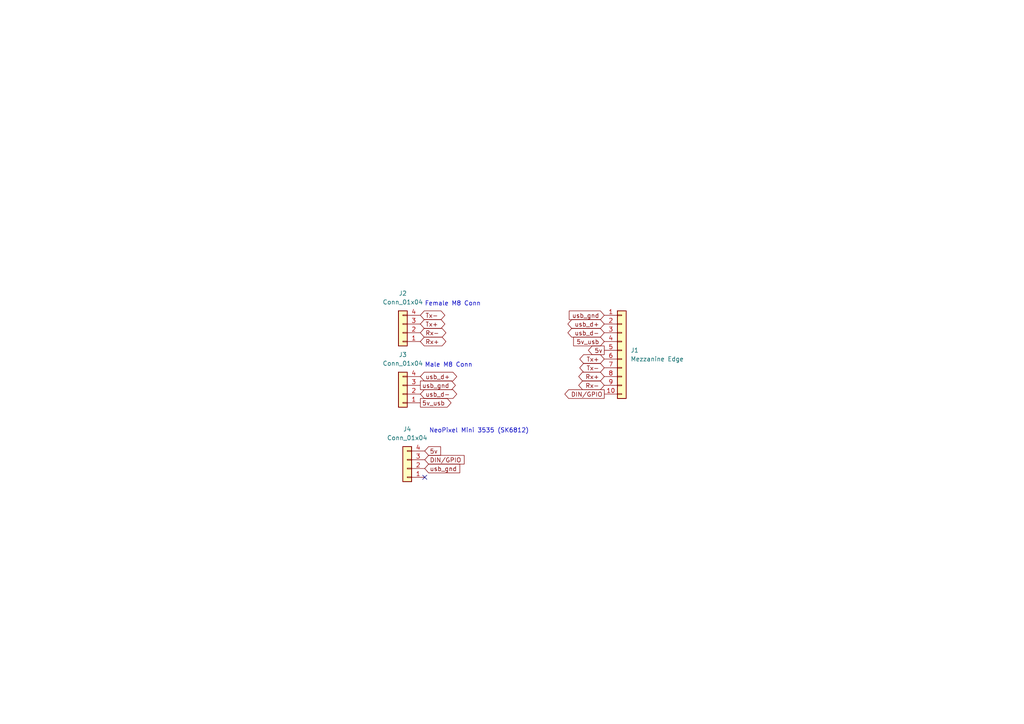
<source format=kicad_sch>
(kicad_sch (version 20230121) (generator eeschema)
  (paper "A4")
  (lib_symbols
    (symbol "Connector_Generic:Conn_01x04" (pin_names (offset 1.016) hide)
      (property "Reference" "J" (at 0 5.08 0))
      (property "Value" "Conn_01x04" (at 0 -7.62 0))
      (symbol "Conn_01x04_1_1"
        (rectangle (start -1.27 -4.953) (end 0 -5.207) (stroke (width 0.1524)))
        (rectangle (start -1.27 -2.413) (end 0 -2.667) (stroke (width 0.1524)))
        (rectangle (start -1.27 0.127) (end 0 -0.127) (stroke (width 0.1524)))
        (rectangle (start -1.27 2.667) (end 0 2.413) (stroke (width 0.1524)))
        (rectangle (start -1.27 3.81) (end 1.27 -6.35) (stroke (width 0.254)) (fill (type background)))
        (pin passive line (at -5.08 2.54 0) (length 3.81) (name "Pin_1") (number "1"))
        (pin passive line (at -5.08 0 0) (length 3.81) (name "Pin_2") (number "2"))
        (pin passive line (at -5.08 -2.54 0) (length 3.81) (name "Pin_3") (number "3"))
        (pin passive line (at -5.08 -5.08 0) (length 3.81) (name "Pin_4") (number "4"))
      )
    )
    (symbol "Connector_Generic:Conn_01x10" (pin_names (offset 1.016) hide)
      (property "Reference" "J" (at 0 12.7 0))
      (property "Value" "Conn_01x10" (at 0 -15.24 0))
      (symbol "Conn_01x10_1_1"
        (rectangle (start -1.27 -12.573) (end 0 -12.827) (stroke (width 0.1524)))
        (rectangle (start -1.27 -10.033) (end 0 -10.287) (stroke (width 0.1524)))
        (rectangle (start -1.27 -7.493) (end 0 -7.747) (stroke (width 0.1524)))
        (rectangle (start -1.27 -4.953) (end 0 -5.207) (stroke (width 0.1524)))
        (rectangle (start -1.27 -2.413) (end 0 -2.667) (stroke (width 0.1524)))
        (rectangle (start -1.27 0.127) (end 0 -0.127) (stroke (width 0.1524)))
        (rectangle (start -1.27 2.667) (end 0 2.413) (stroke (width 0.1524)))
        (rectangle (start -1.27 5.207) (end 0 4.953) (stroke (width 0.1524)))
        (rectangle (start -1.27 7.747) (end 0 7.493) (stroke (width 0.1524)))
        (rectangle (start -1.27 10.287) (end 0 10.033) (stroke (width 0.1524)))
        (rectangle (start -1.27 11.43) (end 1.27 -13.97) (stroke (width 0.254)) (fill (type background)))
        (pin passive line (at -5.08 10.16 0) (length 3.81) (name "Pin_1") (number "1"))
        (pin passive line (at -5.08 -12.7 0) (length 3.81) (name "Pin_10") (number "10"))
        (pin passive line (at -5.08 7.62 0) (length 3.81) (name "Pin_2") (number "2"))
        (pin passive line (at -5.08 5.08 0) (length 3.81) (name "Pin_3") (number "3"))
        (pin passive line (at -5.08 2.54 0) (length 3.81) (name "Pin_4") (number "4"))
        (pin passive line (at -5.08 0 0) (length 3.81) (name "Pin_5") (number "5"))
        (pin passive line (at -5.08 -2.54 0) (length 3.81) (name "Pin_6") (number "6"))
        (pin passive line (at -5.08 -5.08 0) (length 3.81) (name "Pin_7") (number "7"))
        (pin passive line (at -5.08 -7.62 0) (length 3.81) (name "Pin_8") (number "8"))
        (pin passive line (at -5.08 -10.16 0) (length 3.81) (name "Pin_9") (number "9"))
      )
    )
  )
  (no_connect (at 123.19 138.43))
  (text "Female M8 Conn" (at 123.19 88.9 0) (effects (font (size 1.27 1.27)) (justify left bottom)))
  (text "NeoPixel Mini 3535 (SK6812)" (at 124.46 125.73 0) (effects (font (size 1.27 1.27)) (justify left bottom)))
  (text "Male M8 Conn\n" (at 123.19 106.68 0) (effects (font (size 1.27 1.27)) (justify left bottom)))
  (global_label "5v_usb" (shape output) (at 121.92 116.84 0) (property "Intersheetrefs" "${INTERSHEET_REFS}" (effects hide)))
  (global_label "usb_gnd" (shape output) (at 121.92 111.76 0) (property "Intersheetrefs" "${INTERSHEET_REFS}" (effects hide)))
  (global_label "usb_gnd" (shape input) (at 123.19 135.89 0) (property "Intersheetrefs" "${INTERSHEET_REFS}" (effects hide)))
  (global_label "usb_d-" (shape bidirectional) (at 121.92 114.3 0) (property "Intersheetrefs" "${INTERSHEET_REFS}" (effects hide)))
  (global_label "5v" (shape output) (at 175.26 101.6 180) (property "Intersheetrefs" "${INTERSHEET_REFS}" (effects hide)))
  (global_label "DIN{slash}GPIO" (shape output) (at 175.26 114.3 180) (property "Intersheetrefs" "${INTERSHEET_REFS}" (effects hide)))
  (global_label "DIN{slash}GPIO" (shape input) (at 123.19 133.35 0) (property "Intersheetrefs" "${INTERSHEET_REFS}" (effects hide)))
  (global_label "Rx-" (shape bidirectional) (at 121.92 96.52 0) (property "Intersheetrefs" "${INTERSHEET_REFS}" (effects hide)))
  (global_label "Tx-" (shape bidirectional) (at 121.92 91.44 0) (property "Intersheetrefs" "${INTERSHEET_REFS}" (effects hide)))
  (global_label "Rx-" (shape bidirectional) (at 175.26 111.76 180) (property "Intersheetrefs" "${INTERSHEET_REFS}" (effects hide)))
  (global_label "5v" (shape input) (at 123.19 130.81 0) (property "Intersheetrefs" "${INTERSHEET_REFS}" (effects hide)))
  (global_label "5v_usb" (shape input) (at 175.26 99.06 180) (property "Intersheetrefs" "${INTERSHEET_REFS}" (effects hide)))
  (global_label "Rx+" (shape bidirectional) (at 121.92 99.06 0) (property "Intersheetrefs" "${INTERSHEET_REFS}" (effects hide)))
  (global_label "usb_d+" (shape bidirectional) (at 175.26 93.98 180) (property "Intersheetrefs" "${INTERSHEET_REFS}" (effects hide)))
  (global_label "Tx-" (shape bidirectional) (at 175.26 106.68 180) (property "Intersheetrefs" "${INTERSHEET_REFS}" (effects hide)))
  (global_label "usb_d+" (shape bidirectional) (at 121.92 109.22 0) (property "Intersheetrefs" "${INTERSHEET_REFS}" (effects hide)))
  (global_label "usb_d-" (shape bidirectional) (at 175.26 96.52 180) (property "Intersheetrefs" "${INTERSHEET_REFS}" (effects hide)))
  (global_label "Tx+" (shape bidirectional) (at 121.92 93.98 0) (property "Intersheetrefs" "${INTERSHEET_REFS}" (effects hide)))
  (global_label "Rx+" (shape bidirectional) (at 175.26 109.22 180) (property "Intersheetrefs" "${INTERSHEET_REFS}" (effects hide)))
  (global_label "usb_gnd" (shape input) (at 175.26 91.44 180) (property "Intersheetrefs" "${INTERSHEET_REFS}" (effects hide)))
  (global_label "Tx+" (shape bidirectional) (at 175.26 104.14 180) (property "Intersheetrefs" "${INTERSHEET_REFS}" (effects hide)))
  (symbol (lib_id "Connector_Generic:Conn_01x04") (at 118.11 135.89 180) (unit 1)
    (property "Reference" "J4" (at 118.11 124.46 0))
    (property "Value" "Conn_01x04" (at 118.11 127 0))
    (property "Footprint" "LED_SMD:LED_SK6812MINI_PLCC4_3.5x3.5mm_P1.75mm" (effects hide))
  )
  (symbol (lib_id "Connector_Generic:Conn_01x10") (at 180.34 101.6 0) (unit 1)
    (property "Reference" "J1" (at 182.88 101.6 0) (effects (justify left)))
    (property "Value" "Mezzanine Edge" (at 182.88 104.14 0) (effects (justify left)))
    (property "Footprint" "21xt_footprints:Double Sided Mezzanine Card Edge_Connector Side" (effects hide))
  )
  (symbol (lib_id "Connector_Generic:Conn_01x04") (at 116.84 114.3 180) (unit 1)
    (property "Reference" "J3" (at 116.84 102.87 0))
    (property "Value" "Conn_01x04" (at 116.84 105.41 0))
    (property "Footprint" "21xt_footprints:T4040014041000" (effects hide))
  )
  (symbol (lib_id "Connector_Generic:Conn_01x04") (at 116.84 96.52 180) (unit 1)
    (property "Reference" "J2" (at 116.84 85.09 0))
    (property "Value" "Conn_01x04" (at 116.84 87.63 0))
    (property "Footprint" "21xt_footprints:T4041017041000" (effects hide))
  )
)
</source>
